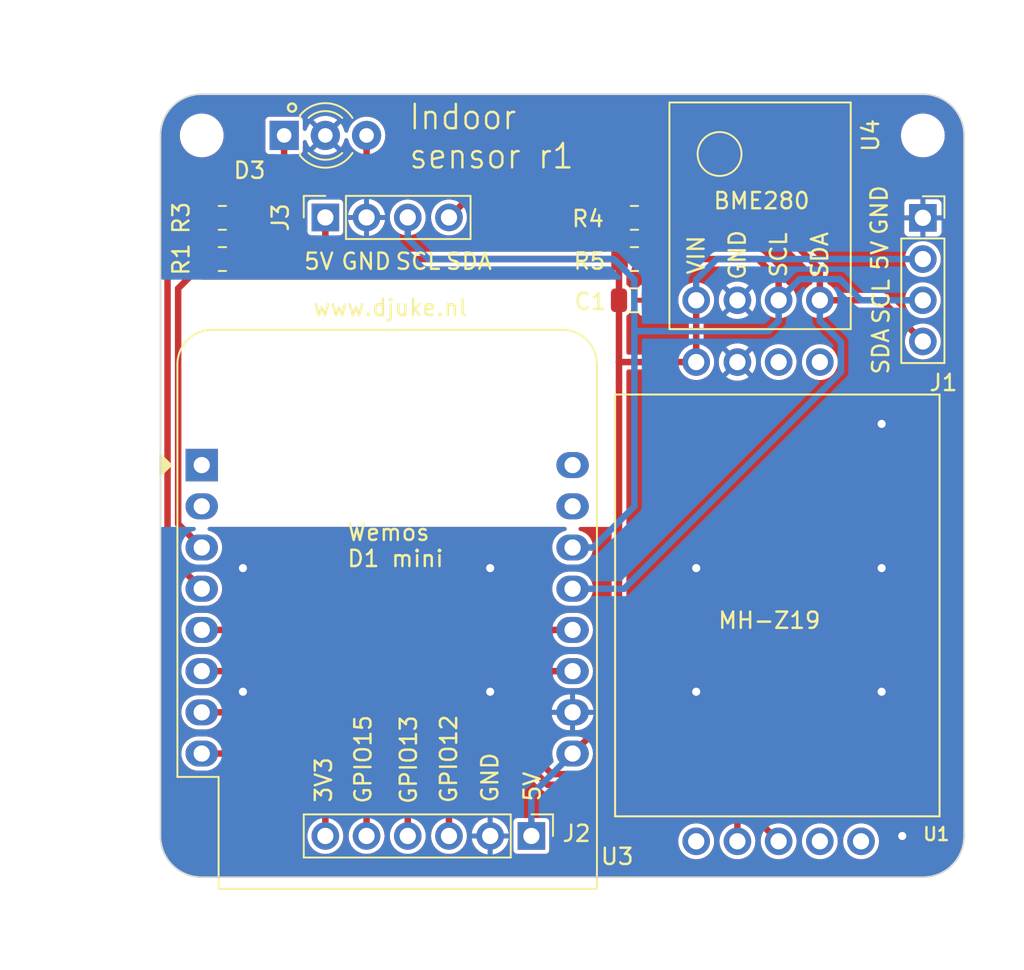
<source format=kicad_pcb>
(kicad_pcb (version 20221018) (generator pcbnew)
  (layers (0 "F.Cu" signal) (31 "B.Cu" signal) (34 "B.Paste" user) (35 "F.Paste" user) (36 "B.SilkS" user "B.Silkscreen") (37 "F.SilkS" user "F.Silkscreen") (38 "B.Mask" user) (39 "F.Mask" user) (44 "Edge.Cuts" user))
  (net 0 "")
  (net 1 "+5V")
  (net 2 "GND")
  (net 7 "LED_OK")
  (net 8 "LED_ERR")
  (net 9 "RX")
  (net 10 "TX")
  (net 11 "SDA")
  (net 12 "SCL")
  (net 13 "+3V3")
  (net 14 "Net-(D3-A1)")
  (net 15 "Net-(D3-A2)")
  (net 16 "GPIO12")
  (net 17 "GPIO13")
  (net 18 "GPIO15")
  (footprint "Connector_PinHeader_2.54mm:PinHeader_1x06_P2.54mm_Vertical" (layer "F.Cu") (at 99.06 124.46 -90)
    (fp_text reference "J2" (at -0.15233 -2.784704) (layer "F.SilkS"))
    (fp_text value "Conn_01x06_Pin")
    (fp_line (start -1.33 -1.33) (end 0 -1.33) (stroke (width 0.12)) (layer "F.SilkS"))
    (fp_line (start -1.33 0) (end -1.33 -1.33) (stroke (width 0.12)) (layer "F.SilkS"))
    (fp_line (start -1.33 1.27) (end -1.33 14.03) (stroke (width 0.12)) (layer "F.SilkS"))
    (fp_line (start -1.33 1.27) (end 1.33 1.27) (stroke (width 0.12)) (layer "F.SilkS"))
    (fp_line (start -1.33 14.03) (end 1.33 14.03) (stroke (width 0.12)) (layer "F.SilkS"))
    (fp_line (start 1.33 1.27) (end 1.33 14.03) (stroke (width 0.12)) (layer "F.SilkS"))
    (pad "1" thru_hole rect (at 0 0 270) (size 1.7 1.7) (drill 1) (layers "*.Cu" "*.Mask") (net 1 "+5V"))
    (pad "2" thru_hole oval (at 0 2.54 270) (size 1.7 1.7) (drill 1) (layers "*.Cu" "*.Mask") (net 2 "GND"))
    (pad "3" thru_hole oval (at 0 5.08 270) (size 1.7 1.7) (drill 1) (layers "*.Cu" "*.Mask") (net 16 "GPIO12"))
    (pad "4" thru_hole oval (at 0 7.62 270) (size 1.7 1.7) (drill 1) (layers "*.Cu" "*.Mask") (net 17 "GPIO13"))
    (pad "5" thru_hole oval (at 0 10.16 270) (size 1.7 1.7) (drill 1) (layers "*.Cu" "*.Mask") (net 18 "GPIO15"))
    (pad "6" thru_hole oval (at 0 12.7 270) (size 1.7 1.7) (drill 1) (layers "*.Cu" "*.Mask") (net 13 "+3V3"))
  )
  (footprint "Resistor_SMD:R_0805_2012Metric" (layer "F.Cu") (at 80.01 86.36)
    (fp_text reference "R3" (at -2.54 0.001649 90) (layer "F.SilkS"))
    (fp_text value "220")
    (fp_line (start -0.227064 -0.735) (end 0.227064 -0.735) (stroke (width 0.12)) (layer "F.SilkS"))
    (fp_line (start -0.227064 0.735) (end 0.227064 0.735) (stroke (width 0.12)) (layer "F.SilkS"))
    (pad "1" smd roundrect (at -0.9125 0) (size 1.025 1.4) (layers "F.Cu" "F.Paste" "F.Mask") (roundrect_rratio 0.243902) (net 8 "LED_ERR"))
    (pad "2" smd roundrect (at 0.9125 0) (size 1.025 1.4) (layers "F.Cu" "F.Paste" "F.Mask") (roundrect_rratio 0.243902) (net 14 "Net-(D3-A1)"))
  )
  (footprint "Connector_PinSocket_2.54mm:PinSocket_1x04_P2.54mm_Vertical" (layer "F.Cu") (at 123.19 86.36)
    (fp_text reference "J1" (at 1.27 10.16) (layer "F.SilkS"))
    (fp_text value "Conn_01x04_Pin")
    (fp_line (start -1.33 1.27) (end -1.33 8.95) (stroke (width 0.12)) (layer "F.SilkS"))
    (fp_line (start -1.33 1.27) (end 1.33 1.27) (stroke (width 0.12)) (layer "F.SilkS"))
    (fp_line (start -1.33 8.95) (end 1.33 8.95) (stroke (width 0.12)) (layer "F.SilkS"))
    (fp_line (start 0 -1.33) (end 1.33 -1.33) (stroke (width 0.12)) (layer "F.SilkS"))
    (fp_line (start 1.33 -1.33) (end 1.33 0) (stroke (width 0.12)) (layer "F.SilkS"))
    (fp_line (start 1.33 1.27) (end 1.33 8.95) (stroke (width 0.12)) (layer "F.SilkS"))
    (pad "1" thru_hole rect (at 0 0) (size 1.7 1.7) (drill 1) (layers "*.Cu" "*.Mask") (net 2 "GND"))
    (pad "2" thru_hole oval (at 0 2.54) (size 1.7 1.7) (drill 1) (layers "*.Cu" "*.Mask") (net 1 "+5V"))
    (pad "3" thru_hole oval (at 0 5.08) (size 1.7 1.7) (drill 1) (layers "*.Cu" "*.Mask") (net 12 "SCL"))
    (pad "4" thru_hole oval (at 0 7.62) (size 1.7 1.7) (drill 1) (layers "*.Cu" "*.Mask") (net 11 "SDA"))
  )
  (footprint "Capacitor_SMD:C_0805_2012Metric" (layer "F.Cu") (at 105.41 91.44)
    (fp_text reference "C1" (at -2.7175 0.075052) (layer "F.SilkS"))
    (fp_text value "100n")
    (fp_line (start -0.261252 -0.735) (end 0.261252 -0.735) (stroke (width 0.12)) (layer "F.SilkS"))
    (fp_line (start -0.261252 0.735) (end 0.261252 0.735) (stroke (width 0.12)) (layer "F.SilkS"))
    (pad "1" smd roundrect (at -0.95 0) (size 1 1.45) (layers "F.Cu" "F.Paste" "F.Mask") (net 1 "+5V"))
    (pad "2" smd roundrect (at 0.95 0) (size 1 1.45) (layers "F.Cu" "F.Paste" "F.Mask") (net 2 "GND"))
  )
  (footprint "Resistor_SMD:R_0805_2012Metric" (layer "F.Cu") (at 105.41 86.36 180)
    (fp_text reference "R4" (at 2.864633 -0.056174 180) (layer "F.SilkS"))
    (fp_text value "4k7")
    (fp_line (start -0.227064 -0.735) (end 0.227064 -0.735) (stroke (width 0.12)) (layer "F.SilkS"))
    (fp_line (start -0.227064 0.735) (end 0.227064 0.735) (stroke (width 0.12)) (layer "F.SilkS"))
    (pad "1" smd roundrect (at -0.9125 0 180) (size 1.025 1.4) (layers "F.Cu" "F.Paste" "F.Mask") (roundrect_rratio 0.243902) (net 11 "SDA"))
    (pad "2" smd roundrect (at 0.9125 0 180) (size 1.025 1.4) (layers "F.Cu" "F.Paste" "F.Mask") (roundrect_rratio 0.243902) (net 1 "+5V"))
  )
  (footprint "Fiducial:Fiducial_1mm_Mask2mm" (layer "F.Cu") (at 104.14 81.28)
    (fp_text reference "FID2" hide)
    (fp_text value "Fiducial")
    (pad "" smd circle (at 0 0) (size 1 1) (layers "F.Cu" "F.Mask") (clearance 0.5))
  )
  (footprint "LED_THT:LED_D3.0mm-3" (layer "F.Cu") (at 83.82 81.28)
    (fp_text reference "D3" (at -2.132193 2.158655 180) (layer "F.SilkS"))
    (fp_text value "LED_Dual_AKA")
    (fp_line (start 0.98 -1.236) (end 0.98 -1.08) (stroke (width 0.12)) (layer "F.SilkS"))
    (fp_line (start 0.98 1.08) (end 0.98 1.236) (stroke (width 0.12)) (layer "F.SilkS"))
    (fp_arc (start 0.98 -1.235516) (mid 2.636487 -1.987659) (end 4.212335 -1.078608) (stroke (width 0.12)) (layer "F.SilkS"))
    (fp_arc (start 1.499039 -1.08) (mid 2.540117 -1.5) (end 3.58113 -1.079837) (stroke (width 0.12)) (layer "F.SilkS"))
    (fp_arc (start 3.58113 1.079837) (mid 2.540117 1.5) (end 1.499039 1.08) (stroke (width 0.12)) (layer "F.SilkS"))
    (fp_arc (start 4.212335 1.078608) (mid 2.636487 1.987659) (end 0.98 1.235516) (stroke (width 0.12)) (layer "F.SilkS"))
    (pad "1" thru_hole rect (at 0 0) (size 1.8 1.8) (drill 0.9) (layers "*.Cu" "*.Mask") (net 14 "Net-(D3-A1)"))
    (pad "2" thru_hole circle (at 2.54 0) (size 1.8 1.8) (drill 0.9) (layers "*.Cu" "*.Mask") (net 2 "GND"))
    (pad "3" thru_hole circle (at 5.08 0) (size 1.8 1.8) (drill 0.9) (layers "*.Cu" "*.Mask") (net 15 "Net-(D3-A2)"))
  )
  (footprint "Module:WEMOS_D1_mini_light" (layer "F.Cu") (at 78.74 101.6)
    (fp_text reference "U3" (at 25.609028 24.13) (layer "F.SilkS"))
    (fp_text value "WeMos_D1_mini")
    (fp_line (start -1.5 19.22) (end -1.5 -6.21) (stroke (width 0.12)) (layer "F.SilkS"))
    (fp_line (start -1.5 19.22) (end 1.04 19.22) (stroke (width 0.12)) (layer "F.SilkS"))
    (fp_line (start 1.04 19.22) (end 1.04 26.12) (stroke (width 0.12)) (layer "F.SilkS"))
    (fp_line (start 1.04 26.12) (end 24.36 26.12) (stroke (width 0.12)) (layer "F.SilkS"))
    (fp_line (start 22.24 -8.34) (end 0.63 -8.34) (stroke (width 0.12)) (layer "F.SilkS"))
    (fp_line (start 24.36 26.12) (end 24.36 -6.21) (stroke (width 0.12)) (layer "F.SilkS"))
    (fp_arc (start -1.5 -6.21) (mid -0.876137 -7.716137) (end 0.63 -8.34) (stroke (width 0.12)) (layer "F.SilkS"))
    (fp_arc (start 22.23 -8.34) (mid 23.736137 -7.716137) (end 24.36 -6.21) (stroke (width 0.12)) (layer "F.SilkS"))
    (fp_poly (pts (xy -2.54 -0.635) (xy -2.54 0.635) (xy -1.905 0)) (stroke (width 0.15)) (fill solid) (layer "F.SilkS"))
    (pad "1" thru_hole rect (at 0 0) (size 2 2) (drill 1) (layers "*.Cu" "*.Mask"))
    (pad "2" thru_hole oval (at 0 2.54) (size 2 1.6) (drill 1) (layers "*.Cu" "*.Mask"))
    (pad "3" thru_hole oval (at 0 5.08) (size 2 1.6) (drill 1) (layers "*.Cu" "*.Mask") (net 7 "LED_OK"))
    (pad "4" thru_hole oval (at 0 7.62) (size 2 1.6) (drill 1) (layers "*.Cu" "*.Mask") (net 8 "LED_ERR"))
    (pad "5" thru_hole oval (at 0 10.16) (size 2 1.6) (drill 1) (layers "*.Cu" "*.Mask") (net 16 "GPIO12"))
    (pad "6" thru_hole oval (at 0 12.7) (size 2 1.6) (drill 1) (layers "*.Cu" "*.Mask") (net 17 "GPIO13"))
    (pad "7" thru_hole oval (at 0 15.24) (size 2 1.6) (drill 1) (layers "*.Cu" "*.Mask") (net 18 "GPIO15"))
    (pad "8" thru_hole oval (at 0 17.78) (size 2 1.6) (drill 1) (layers "*.Cu" "*.Mask") (net 13 "+3V3"))
    (pad "9" thru_hole oval (at 22.86 17.78) (size 2 1.6) (drill 1) (layers "*.Cu" "*.Mask") (net 1 "+5V"))
    (pad "10" thru_hole oval (at 22.86 15.24) (size 2 1.6) (drill 1) (layers "*.Cu" "*.Mask") (net 2 "GND"))
    (pad "11" thru_hole oval (at 22.86 12.7) (size 2 1.6) (drill 1) (layers "*.Cu" "*.Mask") (net 9 "RX"))
    (pad "12" thru_hole oval (at 22.86 10.16) (size 2 1.6) (drill 1) (layers "*.Cu" "*.Mask") (net 10 "TX"))
    (pad "13" thru_hole oval (at 22.86 7.62) (size 2 1.6) (drill 1) (layers "*.Cu" "*.Mask") (net 11 "SDA"))
    (pad "14" thru_hole oval (at 22.86 5.08) (size 2 1.6) (drill 1) (layers "*.Cu" "*.Mask") (net 12 "SCL"))
    (pad "15" thru_hole oval (at 22.86 2.54) (size 2 1.6) (drill 1) (layers "*.Cu" "*.Mask"))
    (pad "16" thru_hole oval (at 22.86 0) (size 2 1.6) (drill 1) (layers "*.Cu" "*.Mask"))
  )
  (footprint "Libraries:module_bme280_alt" (layer "F.Cu") (at 116.84 91.44 90)
    (fp_text reference "U4" (at 10.16 3.135455 270) (layer "F.SilkS"))
    (fp_text value "module_bme280_alt")
    (fp_text user "VIN" (at 2.794 -7.62 90) (layer "F.SilkS"))
    (fp_text user "SDA" (at 2.794 0 90) (layer "F.SilkS"))
    (fp_text user "SCL" (at 2.794 -2.54 90) (layer "F.SilkS"))
    (fp_text user "GND" (at 2.794 -5.08 90) (layer "F.SilkS"))
    (fp_line (start -1.778 -9.271) (end 12.192 -9.271) (stroke (width 0.12)) (layer "F.SilkS"))
    (fp_line (start -1.778 1.905) (end -1.778 -9.271) (stroke (width 0.12)) (layer "F.SilkS"))
    (fp_line (start 12.192 -9.271) (end 12.192 1.905) (stroke (width 0.12)) (layer "F.SilkS"))
    (fp_line (start 12.192 1.905) (end -1.778 1.905) (stroke (width 0.12)) (layer "F.SilkS"))
    (fp_circle (center 9.017 -6.179309) (end 9.779 -5.060916) (stroke (width 0.12)) (fill none) (layer "F.SilkS"))
    (pad "1" thru_hole circle (at 0 -7.62 90) (size 1.7 1.7) (drill 1) (layers "*.Cu" "*.Mask") (net 1 "+5V"))
    (pad "2" thru_hole circle (at 0 -5.08 90) (size 1.7 1.7) (drill 1) (layers "*.Cu" "*.Mask") (net 2 "GND"))
    (pad "3" thru_hole circle (at 0 -2.54 90) (size 1.7 1.7) (drill 1) (layers "*.Cu" "*.Mask") (net 12 "SCL"))
    (pad "4" thru_hole circle (at 0 0 90) (size 1.7 1.7) (drill 1) (layers "*.Cu" "*.Mask") (net 11 "SDA"))
  )
  (footprint "Connector_PinSocket_2.54mm:PinSocket_1x04_P2.54mm_Vertical" (layer "F.Cu") (at 86.36 86.335 90)
    (fp_text reference "J3" (at 0 -2.77 90) (layer "F.SilkS"))
    (fp_text value "Conn_01x04_Pin")
    (fp_line (start -1.33 1.27) (end -1.33 8.95) (stroke (width 0.12)) (layer "F.SilkS"))
    (fp_line (start -1.33 1.27) (end 1.33 1.27) (stroke (width 0.12)) (layer "F.SilkS"))
    (fp_line (start -1.33 8.95) (end 1.33 8.95) (stroke (width 0.12)) (layer "F.SilkS"))
    (fp_line (start 0 -1.33) (end 1.33 -1.33) (stroke (width 0.12)) (layer "F.SilkS"))
    (fp_line (start 1.33 -1.33) (end 1.33 0) (stroke (width 0.12)) (layer "F.SilkS"))
    (fp_line (start 1.33 1.27) (end 1.33 8.95) (stroke (width 0.12)) (layer "F.SilkS"))
    (pad "1" thru_hole rect (at 0 0 90) (size 1.7 1.7) (drill 1) (layers "*.Cu" "*.Mask") (net 1 "+5V"))
    (pad "2" thru_hole oval (at 0 2.54 90) (size 1.7 1.7) (drill 1) (layers "*.Cu" "*.Mask") (net 2 "GND"))
    (pad "3" thru_hole oval (at 0 5.08 90) (size 1.7 1.7) (drill 1) (layers "*.Cu" "*.Mask") (net 12 "SCL"))
    (pad "4" thru_hole oval (at 0 7.62 90) (size 1.7 1.7) (drill 1) (layers "*.Cu" "*.Mask") (net 11 "SDA"))
  )
  (footprint "MountingHole:MountingHole_2.2mm_M2" (layer "F.Cu") (at 123.19 81.28)
    (fp_text reference "H1" hide)
    (fp_text value "MountingHole")
    (pad "" np_thru_hole circle (at 0 0) (size 2.2 2.2) (drill 2.2) (layers "*.Cu" "*.Mask"))
  )
  (footprint "Fiducial:Fiducial_1mm_Mask2mm" (layer "F.Cu") (at 121.92 120.65)
    (fp_text reference "FID3" hide)
    (fp_text value "Fiducial")
    (pad "" smd circle (at 0 0) (size 1 1) (layers "F.Cu" "F.Mask") (clearance 0.5))
  )
  (footprint "Resistor_SMD:R_0805_2012Metric" (layer "F.Cu") (at 105.41 88.9 180)
    (fp_text reference "R5" (at 2.767637 -0.132476 180) (layer "F.SilkS"))
    (fp_text value "4k7")
    (fp_line (start -0.227064 -0.735) (end 0.227064 -0.735) (stroke (width 0.12)) (layer "F.SilkS"))
    (fp_line (start -0.227064 0.735) (end 0.227064 0.735) (stroke (width 0.12)) (layer "F.SilkS"))
    (pad "1" smd roundrect (at -0.9125 0 180) (size 1.025 1.4) (layers "F.Cu" "F.Paste" "F.Mask") (roundrect_rratio 0.243902) (net 12 "SCL"))
    (pad "2" smd roundrect (at 0.9125 0 180) (size 1.025 1.4) (layers "F.Cu" "F.Paste" "F.Mask") (roundrect_rratio 0.243902) (net 1 "+5V"))
  )
  (footprint "Resistor_SMD:R_0805_2012Metric" (layer "F.Cu") (at 80.01 88.9)
    (fp_text reference "R1" (at -2.54 0.024171 90) (layer "F.SilkS"))
    (fp_text value "220")
    (fp_line (start -0.227064 -0.735) (end 0.227064 -0.735) (stroke (width 0.12)) (layer "F.SilkS"))
    (fp_line (start -0.227064 0.735) (end 0.227064 0.735) (stroke (width 0.12)) (layer "F.SilkS"))
    (pad "1" smd roundrect (at -0.9125 0) (size 1.025 1.4) (layers "F.Cu" "F.Paste" "F.Mask") (roundrect_rratio 0.243902) (net 7 "LED_OK"))
    (pad "2" smd roundrect (at 0.9125 0) (size 1.025 1.4) (layers "F.Cu" "F.Paste" "F.Mask") (roundrect_rratio 0.243902) (net 15 "Net-(D3-A2)"))
  )
  (footprint "MountingHole:MountingHole_2.2mm_M2" (layer "F.Cu") (at 78.74 81.28)
    (fp_text reference "H2" hide)
    (fp_text value "MountingHole")
    (pad "" np_thru_hole circle (at 0 0) (size 2.2 2.2) (drill 2.2) (layers "*.Cu" "*.Mask"))
  )
  (footprint "Fiducial:Fiducial_1mm_Mask2mm" (layer "F.Cu") (at 82.55 124.46)
    (fp_text reference "FID1" hide)
    (fp_text value "Fiducial")
    (pad "" smd circle (at 0 0) (size 1 1) (layers "F.Cu" "F.Mask") (clearance 0.5))
  )
  (footprint "MH-Z19B:MH-Z19B-FOOT" (layer "F.Cu") (at 109.22 95.25 -90)
    (fp_text reference "U1" (at 29.100261 -14.800398) (layer "F.SilkS") (effects (font (size 0.8 0.8))))
    (fp_text value "MH-Z19B")
    (fp_line (start 2 -15) (end 28 -15) (stroke (width 0.127)) (layer "F.SilkS"))
    (fp_line (start 2 5) (end 2 -15) (stroke (width 0.127)) (layer "F.SilkS"))
    (fp_line (start 28 -15) (end 28 5) (stroke (width 0.127)) (layer "F.SilkS"))
    (fp_line (start 28 5) (end 2 5) (stroke (width 0.127)) (layer "F.SilkS"))
    (pad "GND" thru_hole circle (at 0 -2.54 270) (size 1.7 1.7) (drill 1) (layers "*.Cu" "*.Mask") (net 2 "GND"))
    (pad "RX" thru_hole circle (at 29.54 -2.54 270) (size 1.7 1.7) (drill 1) (layers "*.Cu" "*.Mask") (net 10 "TX"))
    (pad "TX" thru_hole circle (at 29.54 -5.08 270) (size 1.7 1.7) (drill 1) (layers "*.Cu" "*.Mask") (net 9 "RX"))
    (pad "VIN" thru_hole circle (at 0 0 270) (size 1.7 1.7) (drill 1) (layers "*.Cu" "*.Mask") (net 1 "+5V"))
    (pad "X@1" thru_hole circle (at 0 -5.08 270) (size 1.7 1.7) (drill 1) (layers "*.Cu" "*.Mask"))
    (pad "X@2" thru_hole circle (at 0 -7.62 270) (size 1.7 1.7) (drill 1) (layers "*.Cu" "*.Mask"))
    (pad "X@3" thru_hole circle (at 29.54 0 270) (size 1.7 1.7) (drill 1) (layers "*.Cu" "*.Mask"))
    (pad "X@4" thru_hole circle (at 29.54 -7.62 270) (size 1.7 1.7) (drill 1) (layers "*.Cu" "*.Mask"))
    (pad "XQ5" thru_hole circle (at 29.54 -10.16 270) (size 1.7 1.7) (drill 1) (layers "*.Cu" "*.Mask"))
  )
  (gr_circle (center 84.307415 79.564828) (end 84.557415 79.564828) (stroke (width 0.15)) (fill none) (layer "F.SilkS"))
  (gr_arc (start 123.19 78.74) (mid 124.986051 79.483949) (end 125.73 81.28) (stroke (width 0.1)) (layer "Edge.Cuts"))
  (gr_arc (start 78.74 127) (mid 76.943949 126.256051) (end 76.2 124.46) (stroke (width 0.1)) (layer "Edge.Cuts"))
  (gr_arc (start 76.2 81.28) (mid 76.943949 79.483949) (end 78.74 78.74) (stroke (width 0.1)) (layer "Edge.Cuts"))
  (gr_line (start 76.2 124.46) (end 76.2 81.28) (stroke (width 0.1)) (layer "Edge.Cuts"))
  (gr_line (start 123.19 78.74) (end 78.74 78.74) (stroke (width 0.1)) (layer "Edge.Cuts"))
  (gr_line (start 125.73 81.28) (end 125.73 124.46) (stroke (width 0.1)) (layer "Edge.Cuts"))
  (gr_line (start 123.19 127) (end 78.74 127) (stroke (width 0.1)) (layer "Edge.Cuts"))
  (gr_arc (start 125.73 124.46) (mid 124.986051 126.256051) (end 123.19 127) (stroke (width 0.1)) (layer "Edge.Cuts"))
  (gr_text "GPIO15" (at 89.271316 122.547468 90) (layer "F.SilkS") (effects (font (size 1 1)) (justify left bottom)))
  (gr_text "GPIO13" (at 92.074002 122.569194 90) (layer "F.SilkS") (effects (font (size 1 1)) (justify left bottom)))
  (gr_text "SDA" (at 121.183534 96.100722 90) (layer "F.SilkS") (effects (font (size 1 1)) (justify left bottom)))
  (gr_text "Indoor\nsensor r1" (at 91.44 83.438987) (layer "F.SilkS") (effects (font (size 1.5 1.4)) (justify left bottom)))
  (gr_text "MH-Z19" (at 110.49 111.76) (layer "F.SilkS") (effects (font (size 1 1)) (justify left bottom)))
  (gr_text "SCL" (at 121.205257 92.994312 90) (layer "F.SilkS") (effects (font (size 1 1)) (justify left bottom)))
  (gr_text "5V" (at 84.962541 89.631332) (layer "F.SilkS") (effects (font (size 1 1)) (justify left bottom)))
  (gr_text "SCL" (at 90.593984 89.631332) (layer "F.SilkS") (effects (font (size 1 1)) (justify left bottom)))
  (gr_text "GND" (at 87.252661 89.631332) (layer "F.SilkS") (effects (font (size 1 1)) (justify left bottom)))
  (gr_text "BME280" (at 110.199358 85.896194) (layer "F.SilkS") (effects (font (size 1 1)) (justify left bottom)))
  (gr_text "GND" (at 121.087257 87.508087 90) (layer "F.SilkS") (effects (font (size 1 1)) (justify left bottom)))
  (gr_text "GPIO12" (at 94.550794 122.525742 90) (layer "F.SilkS") (effects (font (size 1 1)) (justify left bottom)))
  (gr_text "5V" (at 121.124794 89.685268 90) (layer "F.SilkS") (effects (font (size 1 1)) (justify left bottom)))
  (gr_text "www.djuke.nl" (at 85.525685 92.484596) (layer "F.SilkS") (effects (font (size 1 1)) (justify left bottom)))
  (gr_text "5V" (at 99.699915 122.41711 90) (layer "F.SilkS") (effects (font (size 1 1)) (justify left bottom)))
  (gr_text "Wemos\nD1 mini" (at 87.63 107.95) (layer "F.SilkS") (effects (font (size 1 1)) (justify left bottom)))
  (gr_text "GND" (at 97.092765 122.482289 90) (layer "F.SilkS") (effects (font (size 1 1)) (justify left bottom)))
  (gr_text "3V3" (at 86.837976 122.482289 90) (layer "F.SilkS") (effects (font (size 1 1)) (justify left bottom)))
  (gr_text "SDA" (at 93.71005 89.631332) (layer "F.SilkS") (effects (font (size 1 1)) (justify left bottom)))
  (segment (start 104.46 96.52) (end 104.46 95.25) (width 0.4) (layer "F.Cu") (net 1))
  (segment (start 104.46 88.9375) (end 104.4975 88.9) (width 0.4) (layer "F.Cu") (net 1))
  (segment (start 87.63 88.9) (end 104.4975 88.9) (width 0.4) (layer "F.Cu") (net 1))
  (segment (start 104.46 116.52) (end 104.46 96.52) (width 0.4) (layer "F.Cu") (net 1))
  (segment (start 109.22 95.25) (end 104.46 95.25) (width 0.4) (layer "F.Cu") (net 1))
  (segment (start 104.4975 88.9) (end 104.4975 86.36) (width 0.4) (layer "F.Cu") (net 1))
  (segment (start 109.22 95.25) (end 109.22 91.44) (width 0.4) (layer "F.Cu") (net 1))
  (segment (start 86.36 87.63) (end 87.63 88.9) (width 0.4) (layer "F.Cu") (net 1))
  (segment (start 104.46 91.44) (end 104.46 88.9375) (width 0.4) (layer "F.Cu") (net 1))
  (segment (start 86.36 86.335) (end 86.36 87.63) (width 0.4) (layer "F.Cu") (net 1))
  (segment (start 104.46 91.44) (end 104.46 95.25) (width 0.4) (layer "F.Cu") (net 1))
  (segment (start 101.6 119.38) (end 104.46 116.52) (width 0.4) (layer "F.Cu") (net 1))
  (segment (start 123.19 88.9) (end 110.49 88.9) (width 0.4) (layer "B.Cu") (net 1))
  (segment (start 110.49 88.9) (end 109.22 90.17) (width 0.4) (layer "B.Cu") (net 1))
  (segment (start 99.06 124.46) (end 99.06 121.92) (width 0.4) (layer "B.Cu") (net 1))
  (segment (start 109.22 90.17) (end 109.22 91.44) (width 0.4) (layer "B.Cu") (net 1))
  (segment (start 99.06 121.92) (end 101.6 119.38) (width 0.4) (layer "B.Cu") (net 1))
  (via (at 120.65 115.57) (size 0.8) (drill 0.5) (layers "F.Cu" "B.Cu") (net 2))
  (via (at 96.52 107.95) (size 0.8) (drill 0.5) (layers "F.Cu" "B.Cu") (net 2))
  (via (at 96.52 115.57) (size 0.8) (drill 0.5) (layers "F.Cu" "B.Cu") (net 2))
  (via (at 120.65 107.95) (size 0.8) (drill 0.5) (layers "F.Cu" "B.Cu") (net 2))
  (via (at 109.22 107.95) (size 0.8) (drill 0.5) (layers "F.Cu" "B.Cu") (net 2))
  (via (at 81.28 115.57) (size 0.8) (drill 0.5) (layers "F.Cu" "B.Cu") (net 2))
  (via (at 109.22 115.57) (size 0.8) (drill 0.5) (layers "F.Cu" "B.Cu") (net 2))
  (via (at 81.28 107.95) (size 0.8) (drill 0.5) (layers "F.Cu" "B.Cu") (net 2))
  (via (at 120.65 99.06) (size 0.8) (drill 0.5) (layers "F.Cu" "B.Cu") (net 2))
  (via (at 121.92 124.46) (size 0.8) (drill 0.5) (layers "F.Cu" "B.Cu") (net 2))
  (segment (start 77.286 105.226) (end 77.286 90.7115) (width 0.4) (layer "F.Cu") (net 7))
  (segment (start 77.286 90.7115) (end 79.0975 88.9) (width 0.4) (layer "F.Cu") (net 7))
  (segment (start 78.74 106.68) (end 77.286 105.226) (width 0.4) (layer "F.Cu") (net 7))
  (segment (start 76.632 107.112) (end 76.632 87.198) (width 0.4) (layer "F.Cu") (net 8))
  (segment (start 76.632 87.198) (end 77.47 86.36) (width 0.4) (layer "F.Cu") (net 8))
  (segment (start 77.47 86.36) (end 79.0975 86.36) (width 0.4) (layer "F.Cu") (net 8))
  (segment (start 78.74 109.22) (end 76.632 107.112) (width 0.4) (layer "F.Cu") (net 8))
  (segment (start 100.33 120.65) (end 99.06 119.38) (width 0.4) (layer "F.Cu") (net 9))
  (segment (start 99.06 119.38) (end 99.06 115.57) (width 0.4) (layer "F.Cu") (net 9))
  (segment (start 114.3 124.79) (end 110.16 120.65) (width 0.4) (layer "F.Cu") (net 9))
  (segment (start 99.06 115.57) (end 100.33 114.3) (width 0.4) (layer "F.Cu") (net 9))
  (segment (start 100.33 114.3) (end 101.6 114.3) (width 0.4) (layer "F.Cu") (net 9))
  (segment (start 110.16 120.65) (end 100.33 120.65) (width 0.4) (layer "F.Cu") (net 9))
  (segment (start 100.33 111.76) (end 101.6 111.76) (width 0.4) (layer "F.Cu") (net 10))
  (segment (start 98.406 113.684) (end 100.33 111.76) (width 0.4) (layer "F.Cu") (net 10))
  (segment (start 111.76 124.79) (end 111.76 123.19) (width 0.4) (layer "F.Cu") (net 10))
  (segment (start 109.874 121.304) (end 100.059104 121.304) (width 0.4) (layer "F.Cu") (net 10))
  (segment (start 98.406 119.650896) (end 98.406 113.684) (width 0.4) (layer "F.Cu") (net 10))
  (segment (start 100.059104 121.304) (end 98.406 119.650896) (width 0.4) (layer "F.Cu") (net 10))
  (segment (start 111.76 123.19) (end 109.874 121.304) (width 0.4) (layer "F.Cu") (net 10))
  (segment (start 105.1685 85.206) (end 95.109 85.206) (width 0.4) (layer "F.Cu") (net 11))
  (segment (start 106.3225 86.36) (end 105.1685 85.206) (width 0.4) (layer "F.Cu") (net 11))
  (segment (start 113.665 86.36) (end 116.84 89.535) (width 0.4) (layer "F.Cu") (net 11))
  (segment (start 116.84 89.535) (end 116.84 91.44) (width 0.4) (layer "F.Cu") (net 11))
  (segment (start 123.19 93.98) (end 120.65 91.44) (width 0.4) (layer "F.Cu") (net 11))
  (segment (start 95.109 85.206) (end 93.98 86.335) (width 0.4) (layer "F.Cu") (net 11))
  (segment (start 106.3225 86.36) (end 113.665 86.36) (width 0.4) (layer "F.Cu") (net 11))
  (segment (start 120.65 91.44) (end 116.84 91.44) (width 0.4) (layer "F.Cu") (net 11))
  (segment (start 116.84 92.71) (end 118.144 94.014) (width 0.4) (layer "B.Cu") (net 11))
  (segment (start 118.144 95.851) (end 104.775 109.22) (width 0.4) (layer "B.Cu") (net 11))
  (segment (start 118.144 94.014) (end 118.144 95.851) (width 0.4) (layer "B.Cu") (net 11))
  (segment (start 116.84 91.44) (end 116.84 92.71) (width 0.4) (layer "B.Cu") (net 11))
  (segment (start 104.775 109.22) (end 101.6 109.22) (width 0.4) (layer "B.Cu") (net 11))
  (segment (start 114.3 90.17) (end 114.3 91.44) (width 0.4) (layer "F.Cu") (net 12))
  (segment (start 106.3225 88.9) (end 113.03 88.9) (width 0.4) (layer "F.Cu") (net 12))
  (segment (start 113.03 88.9) (end 114.3 90.17) (width 0.4) (layer "F.Cu") (net 12))
  (segment (start 118.076 90.136) (end 115.604 90.136) (width 0.4) (layer "B.Cu") (net 12))
  (segment (start 105.41 97.79) (end 105.41 104.14) (width 0.4) (layer "B.Cu") (net 12))
  (segment (start 102.87 106.68) (end 101.6 106.68) (width 0.4) (layer "B.Cu") (net 12))
  (segment (start 105.41 93.345) (end 105.41 90.17) (width 0.4) (layer "B.Cu") (net 12))
  (segment (start 114.3 91.44) (end 114.3 92.71) (width 0.4) (layer "B.Cu") (net 12))
  (segment (start 104.14 88.9) (end 92.71 88.9) (width 0.4) (layer "B.Cu") (net 12))
  (segment (start 115.604 90.136) (end 114.3 91.44) (width 0.4) (layer "B.Cu") (net 12))
  (segment (start 92.71 88.9) (end 91.44 87.63) (width 0.4) (layer "B.Cu") (net 12))
  (segment (start 105.41 104.14) (end 102.87 106.68) (width 0.4) (layer "B.Cu") (net 12))
  (segment (start 91.44 87.63) (end 91.44 86.335) (width 0.4) (layer "B.Cu") (net 12))
  (segment (start 119.38 91.44) (end 118.076 90.136) (width 0.4) (layer "B.Cu") (net 12))
  (segment (start 105.41 97.79) (end 105.41 93.345) (width 0.4) (layer "B.Cu") (net 12))
  (segment (start 105.41 90.17) (end 104.14 88.9) (width 0.4) (layer "B.Cu") (net 12))
  (segment (start 123.19 91.44) (end 119.38 91.44) (width 0.4) (layer "B.Cu") (net 12))
  (segment (start 113.665 93.345) (end 105.41 93.345) (width 0.4) (layer "B.Cu") (net 12))
  (segment (start 114.3 92.71) (end 113.665 93.345) (width 0.4) (layer "B.Cu") (net 12))
  (segment (start 78.74 119.38) (end 82.55 119.38) (width 0.4) (layer "F.Cu") (net 13))
  (segment (start 82.55 119.38) (end 86.36 123.19) (width 0.4) (layer "F.Cu") (net 13))
  (segment (start 86.36 123.19) (end 86.36 124.46) (width 0.4) (layer "F.Cu") (net 13))
  (segment (start 80.9225 86.36) (end 83.82 83.4625) (width 0.4) (layer "F.Cu") (net 14))
  (segment (start 83.82 83.4625) (end 83.82 81.28) (width 0.4) (layer "F.Cu") (net 14))
  (segment (start 82.198698 86.008698) (end 82.198698 87.623802) (width 0.4) (layer "F.Cu") (net 15))
  (segment (start 82.198698 87.623802) (end 80.9225 88.9) (width 0.4) (layer "F.Cu") (net 15))
  (segment (start 84.387396 83.82) (end 82.198698 86.008698) (width 0.4) (layer "F.Cu") (net 15))
  (segment (start 87.63 83.82) (end 84.387396 83.82) (width 0.4) (layer "F.Cu") (net 15))
  (segment (start 88.9 81.28) (end 88.9 82.55) (width 0.4) (layer "F.Cu") (net 15))
  (segment (start 88.9 82.55) (end 87.63 83.82) (width 0.4) (layer "F.Cu") (net 15))
  (segment (start 93.98 123.19) (end 93.98 124.46) (width 0.4) (layer "F.Cu") (net 16))
  (segment (start 82.55 111.76) (end 93.98 123.19) (width 0.4) (layer "F.Cu") (net 16))
  (segment (start 78.74 111.76) (end 82.55 111.76) (width 0.4) (layer "F.Cu") (net 16))
  (segment (start 78.74 114.3) (end 82.55 114.3) (width 0.4) (layer "F.Cu") (net 17))
  (segment (start 91.44 123.19) (end 91.44 124.46) (width 0.4) (layer "F.Cu") (net 17))
  (segment (start 82.55 114.3) (end 91.44 123.19) (width 0.4) (layer "F.Cu") (net 17))
  (segment (start 78.74 116.84) (end 82.55 116.84) (width 0.4) (layer "F.Cu") (net 18))
  (segment (start 82.55 116.84) (end 88.9 123.19) (width 0.4) (layer "F.Cu") (net 18))
  (segment (start 88.9 123.19) (end 88.9 124.46) (width 0.4) (layer "F.Cu") (net 18))
  (zone (net 2) (net_name "GND") (layer "F.Cu") (priority 1) (connect_pads (clearance 0.25)) (min_thickness 0.25) (fill yes (thermal_gap 0.3) (thermal_bridge_width 0.3))
    (polygon (pts (xy 76.2 127) (xy 125.73 127) (xy 125.73 78.74) (xy 76.2 78.74) (xy 76.2 90.17) (xy 104.775 90.17) (xy 104.775 105.41) (xy 76.2 105.41)))
  )
  (zone (net 2) (net_name "GND") (layer "B.Cu") (connect_pads (clearance 0.25)) (min_thickness 0.25) (fill yes (thermal_gap 0.3) (thermal_bridge_width 0.3))
    (polygon (pts (xy 76.2 127) (xy 125.73 127) (xy 125.73 78.74) (xy 76.2 78.74) (xy 76.2 90.17) (xy 104.775 90.17) (xy 104.775 105.41) (xy 76.2 105.41)))
  )
)
</source>
